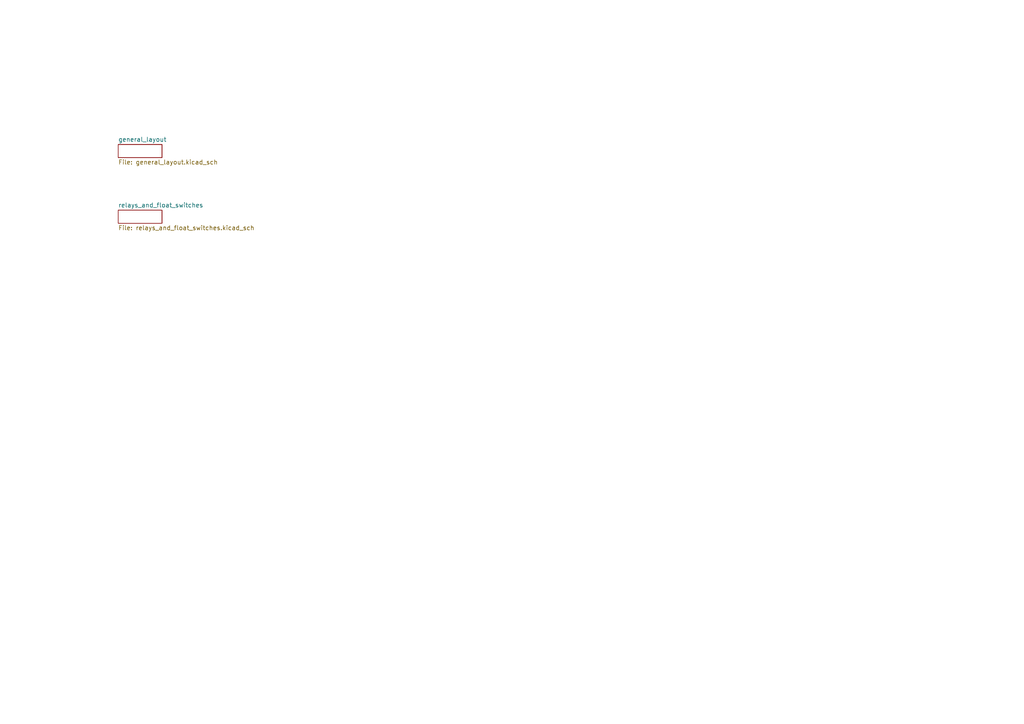
<source format=kicad_sch>
(kicad_sch (version 20211123) (generator eeschema)
  (paper "A4")
  (lib_symbols)
  (sheet (at 34.29 60.96) (size 12.7 3.81) (stroke (width 0.1524))
    (property "Sheet name" "relays_and_float_switches" (at 34.29 60.2484 0) (effects (justify left bottom)))
    (property "Sheet file" "relays_and_float_switches.kicad_sch" (at 34.29 65.3546 0) (effects (justify left top)))
  )
  (sheet (at 34.29 41.91) (size 12.7 3.81) (stroke (width 0.1524))
    (property "Sheet name" "general_layout" (at 34.29 41.1984 0) (effects (justify left bottom)))
    (property "Sheet file" "general_layout.kicad_sch" (at 34.29 46.3046 0) (effects (justify left top)))
  )
)
</source>
